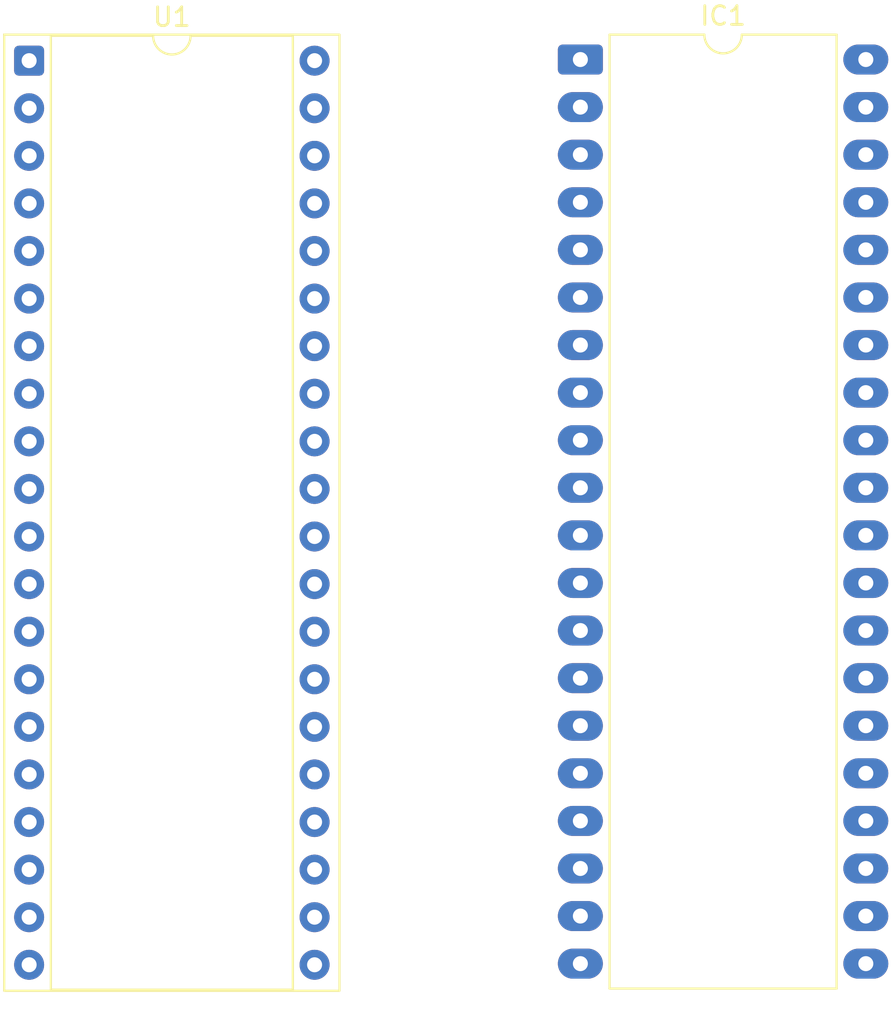
<source format=kicad_pcb>
(kicad_pcb (version 20241229) (generator "pcbnew") (generator_version "9.0")
  (layers (0 "F.Cu" signal) (2 "B.Cu" signal) (13 "F.Paste" user) (15 "B.Paste" user) (5 "F.SilkS" user "F.Silkscreen") (7 "B.SilkS" user "B.Silkscreen") (1 "F.Mask" user) (3 "B.Mask" user) (25 "Edge.Cuts" user))
  (net 0 "")
  (net 4 "~{IORQ}")
  (net 8 "D0")
  (net 12 "D7")
  (net 14 "~{INT}")
  (net 16 "D3")
  (net 17 "D1")
  (net 18 "GND")
  (net 23 "D2")
  (net 26 "VCC")
  (net 27 "D5")
  (net 29 "~{RES}")
  (net 30 "~{M1}")
  (net 31 "D4")
  (net 32 "D6")
  (net 34 "~{RD}")
  (net 49 "~{MREQ}")
  (net 54 "~{WR}")
  (footprint "Package_DIP:DIP-40_W15.24mm_LongPads" (layer "F.Cu") (at 79.502 37.846)
    (property "Reference" "IC1" (at 7.62 -2.33 0) (layer "F.SilkS"))
    (property "Value" "DART-DIP-40")
    (fp_line (start 1.56 -1.33) (end 1.56 49.59) (stroke (width 0.12)) (layer "F.SilkS"))
    (fp_line (start 1.56 49.59) (end 13.68 49.59) (stroke (width 0.12)) (layer "F.SilkS"))
    (fp_line (start 6.62 -1.33) (end 1.56 -1.33) (stroke (width 0.12)) (layer "F.SilkS"))
    (fp_line (start 13.68 -1.33) (end 8.62 -1.33) (stroke (width 0.12)) (layer "F.SilkS"))
    (fp_line (start 13.68 49.59) (end 13.68 -1.33) (stroke (width 0.12)) (layer "F.SilkS"))
    (fp_arc (start 8.62 -1.33) (mid 7.62 -0.33) (end 6.62 -1.33) (stroke (width 0.12)) (layer "F.SilkS"))
    (pad "1" thru_hole roundrect (at 0 0) (size 2.4 1.6) (drill 0.8) (layers "*.Cu" "*.Mask") (roundrect_rratio 0.15625) (net 17 "D1"))
    (pad "2" thru_hole oval (at 0 2.54) (size 2.4 1.6) (drill 0.8) (layers "*.Cu" "*.Mask") (net 16 "D3"))
    (pad "3" thru_hole oval (at 0 5.08) (size 2.4 1.6) (drill 0.8) (layers "*.Cu" "*.Mask") (net 27 "D5"))
    (pad "4" thru_hole oval (at 0 7.62) (size 2.4 1.6) (drill 0.8) (layers "*.Cu" "*.Mask") (net 12 "D7"))
    (pad "5" thru_hole oval (at 0 10.16) (size 2.4 1.6) (drill 0.8) (layers "*.Cu" "*.Mask") (net 14 "~{INT}"))
    (pad "6" thru_hole oval (at 0 12.7) (size 2.4 1.6) (drill 0.8) (layers "*.Cu" "*.Mask"))
    (pad "7" thru_hole oval (at 0 15.24) (size 2.4 1.6) (drill 0.8) (layers "*.Cu" "*.Mask"))
    (pad "8" thru_hole oval (at 0 17.78) (size 2.4 1.6) (drill 0.8) (layers "*.Cu" "*.Mask") (net 30 "~{M1}"))
    (pad "9" thru_hole oval (at 0 20.32) (size 2.4 1.6) (drill 0.8) (layers "*.Cu" "*.Mask") (net 26 "VCC"))
    (pad "10" thru_hole oval (at 0 22.86) (size 2.4 1.6) (drill 0.8) (layers "*.Cu" "*.Mask"))
    (pad "11" thru_hole oval (at 0 25.4) (size 2.4 1.6) (drill 0.8) (layers "*.Cu" "*.Mask"))
    (pad "12" thru_hole oval (at 0 27.94) (size 2.4 1.6) (drill 0.8) (layers "*.Cu" "*.Mask"))
    (pad "13" thru_hole oval (at 0 30.48) (size 2.4 1.6) (drill 0.8) (layers "*.Cu" "*.Mask"))
    (pad "14" thru_hole oval (at 0 33.02) (size 2.4 1.6) (drill 0.8) (layers "*.Cu" "*.Mask"))
    (pad "15" thru_hole oval (at 0 35.56) (size 2.4 1.6) (drill 0.8) (layers "*.Cu" "*.Mask"))
    (pad "16" thru_hole oval (at 0 38.1) (size 2.4 1.6) (drill 0.8) (layers "*.Cu" "*.Mask"))
    (pad "17" thru_hole oval (at 0 40.64) (size 2.4 1.6) (drill 0.8) (layers "*.Cu" "*.Mask"))
    (pad "18" thru_hole oval (at 0 43.18) (size 2.4 1.6) (drill 0.8) (layers "*.Cu" "*.Mask"))
    (pad "19" thru_hole oval (at 0 45.72) (size 2.4 1.6) (drill 0.8) (layers "*.Cu" "*.Mask"))
    (pad "20" thru_hole oval (at 0 48.26) (size 2.4 1.6) (drill 0.8) (layers "*.Cu" "*.Mask"))
    (pad "21" thru_hole oval (at 15.24 48.26) (size 2.4 1.6) (drill 0.8) (layers "*.Cu" "*.Mask") (net 29 "~{RES}"))
    (pad "22" thru_hole oval (at 15.24 45.72) (size 2.4 1.6) (drill 0.8) (layers "*.Cu" "*.Mask"))
    (pad "23" thru_hole oval (at 15.24 43.18) (size 2.4 1.6) (drill 0.8) (layers "*.Cu" "*.Mask"))
    (pad "24" thru_hole oval (at 15.24 40.64) (size 2.4 1.6) (drill 0.8) (layers "*.Cu" "*.Mask"))
    (pad "25" thru_hole oval (at 15.24 38.1) (size 2.4 1.6) (drill 0.8) (layers "*.Cu" "*.Mask"))
    (pad "26" thru_hole oval (at 15.24 35.56) (size 2.4 1.6) (drill 0.8) (layers "*.Cu" "*.Mask"))
    (pad "27" thru_hole oval (at 15.24 33.02) (size 2.4 1.6) (drill 0.8) (layers "*.Cu" "*.Mask"))
    (pad "28" thru_hole oval (at 15.24 30.48) (size 2.4 1.6) (drill 0.8) (layers "*.Cu" "*.Mask"))
    (pad "29" thru_hole oval (at 15.24 27.94) (size 2.4 1.6) (drill 0.8) (layers "*.Cu" "*.Mask"))
    (pad "30" thru_hole oval (at 15.24 25.4) (size 2.4 1.6) (drill 0.8) (layers "*.Cu" "*.Mask"))
    (pad "31" thru_hole oval (at 15.24 22.86) (size 2.4 1.6) (drill 0.8) (layers "*.Cu" "*.Mask") (net 18 "GND"))
    (pad "32" thru_hole oval (at 15.24 20.32) (size 2.4 1.6) (drill 0.8) (layers "*.Cu" "*.Mask") (net 34 "~{RD}"))
    (pad "33" thru_hole oval (at 15.24 17.78) (size 2.4 1.6) (drill 0.8) (layers "*.Cu" "*.Mask"))
    (pad "34" thru_hole oval (at 15.24 15.24) (size 2.4 1.6) (drill 0.8) (layers "*.Cu" "*.Mask"))
    (pad "35" thru_hole oval (at 15.24 12.7) (size 2.4 1.6) (drill 0.8) (layers "*.Cu" "*.Mask"))
    (pad "36" thru_hole oval (at 15.24 10.16) (size 2.4 1.6) (drill 0.8) (layers "*.Cu" "*.Mask") (net 4 "~{IORQ}"))
    (pad "37" thru_hole oval (at 15.24 7.62) (size 2.4 1.6) (drill 0.8) (layers "*.Cu" "*.Mask") (net 32 "D6"))
    (pad "38" thru_hole oval (at 15.24 5.08) (size 2.4 1.6) (drill 0.8) (layers "*.Cu" "*.Mask") (net 31 "D4"))
    (pad "39" thru_hole oval (at 15.24 2.54) (size 2.4 1.6) (drill 0.8) (layers "*.Cu" "*.Mask") (net 23 "D2"))
    (pad "40" thru_hole oval (at 15.24 0) (size 2.4 1.6) (drill 0.8) (layers "*.Cu" "*.Mask") (net 8 "D0"))
  )
  (footprint "Package_DIP:DIP-40_W15.24mm_Socket" (layer "F.Cu") (at 50.072 37.906)
    (property "Reference" "U1" (at 7.62 -2.33 0) (layer "F.SilkS"))
    (property "Value" "Z80CPU")
    (fp_line (start 1.16 -1.33) (end 1.16 49.59) (stroke (width 0.12)) (layer "F.SilkS"))
    (fp_line (start 1.16 49.59) (end 14.08 49.59) (stroke (width 0.12)) (layer "F.SilkS"))
    (fp_line (start 6.62 -1.33) (end 1.16 -1.33) (stroke (width 0.12)) (layer "F.SilkS"))
    (fp_line (start 14.08 -1.33) (end 8.62 -1.33) (stroke (width 0.12)) (layer "F.SilkS"))
    (fp_line (start 14.08 49.59) (end 14.08 -1.33) (stroke (width 0.12)) (layer "F.SilkS"))
    (fp_rect (start -1.33 -1.39) (end 16.57 49.65) (stroke (width 0.12)) (fill no) (layer "F.SilkS"))
    (fp_arc (start 8.62 -1.33) (mid 7.62 -0.33) (end 6.62 -1.33) (stroke (width 0.12)) (layer "F.SilkS"))
    (pad "1" thru_hole roundrect (at 0 0) (size 1.6 1.6) (drill 0.8) (layers "*.Cu" "*.Mask") (roundrect_rratio 0.15625))
    (pad "2" thru_hole circle (at 0 2.54) (size 1.6 1.6) (drill 0.8) (layers "*.Cu" "*.Mask"))
    (pad "3" thru_hole circle (at 0 5.08) (size 1.6 1.6) (drill 0.8) (layers "*.Cu" "*.Mask"))
    (pad "4" thru_hole circle (at 0 7.62) (size 1.6 1.6) (drill 0.8) (layers "*.Cu" "*.Mask"))
    (pad "5" thru_hole circle (at 0 10.16) (size 1.6 1.6) (drill 0.8) (layers "*.Cu" "*.Mask"))
    (pad "6" thru_hole circle (at 0 12.7) (size 1.6 1.6) (drill 0.8) (layers "*.Cu" "*.Mask"))
    (pad "7" thru_hole circle (at 0 15.24) (size 1.6 1.6) (drill 0.8) (layers "*.Cu" "*.Mask") (net 31 "D4"))
    (pad "8" thru_hole circle (at 0 17.78) (size 1.6 1.6) (drill 0.8) (layers "*.Cu" "*.Mask") (net 16 "D3"))
    (pad "9" thru_hole circle (at 0 20.32) (size 1.6 1.6) (drill 0.8) (layers "*.Cu" "*.Mask") (net 27 "D5"))
    (pad "10" thru_hole circle (at 0 22.86) (size 1.6 1.6) (drill 0.8) (layers "*.Cu" "*.Mask") (net 32 "D6"))
    (pad "11" thru_hole circle (at 0 25.4) (size 1.6 1.6) (drill 0.8) (layers "*.Cu" "*.Mask") (net 26 "VCC"))
    (pad "12" thru_hole circle (at 0 27.94) (size 1.6 1.6) (drill 0.8) (layers "*.Cu" "*.Mask") (net 23 "D2"))
    (pad "13" thru_hole circle (at 0 30.48) (size 1.6 1.6) (drill 0.8) (layers "*.Cu" "*.Mask") (net 12 "D7"))
    (pad "14" thru_hole circle (at 0 33.02) (size 1.6 1.6) (drill 0.8) (layers "*.Cu" "*.Mask") (net 8 "D0"))
    (pad "15" thru_hole circle (at 0 35.56) (size 1.6 1.6) (drill 0.8) (layers "*.Cu" "*.Mask") (net 17 "D1"))
    (pad "16" thru_hole circle (at 0 38.1) (size 1.6 1.6) (drill 0.8) (layers "*.Cu" "*.Mask") (net 14 "~{INT}"))
    (pad "17" thru_hole circle (at 0 40.64) (size 1.6 1.6) (drill 0.8) (layers "*.Cu" "*.Mask"))
    (pad "18" thru_hole circle (at 0 43.18) (size 1.6 1.6) (drill 0.8) (layers "*.Cu" "*.Mask"))
    (pad "19" thru_hole circle (at 0 45.72) (size 1.6 1.6) (drill 0.8) (layers "*.Cu" "*.Mask") (net 49 "~{MREQ}"))
    (pad "20" thru_hole circle (at 0 48.26) (size 1.6 1.6) (drill 0.8) (layers "*.Cu" "*.Mask") (net 4 "~{IORQ}"))
    (pad "21" thru_hole circle (at 15.24 48.26) (size 1.6 1.6) (drill 0.8) (layers "*.Cu" "*.Mask") (net 34 "~{RD}"))
    (pad "22" thru_hole circle (at 15.24 45.72) (size 1.6 1.6) (drill 0.8) (layers "*.Cu" "*.Mask") (net 54 "~{WR}"))
    (pad "23" thru_hole circle (at 15.24 43.18) (size 1.6 1.6) (drill 0.8) (layers "*.Cu" "*.Mask"))
    (pad "24" thru_hole circle (at 15.24 40.64) (size 1.6 1.6) (drill 0.8) (layers "*.Cu" "*.Mask"))
    (pad "25" thru_hole circle (at 15.24 38.1) (size 1.6 1.6) (drill 0.8) (layers "*.Cu" "*.Mask"))
    (pad "26" thru_hole circle (at 15.24 35.56) (size 1.6 1.6) (drill 0.8) (layers "*.Cu" "*.Mask") (net 29 "~{RES}"))
    (pad "27" thru_hole circle (at 15.24 33.02) (size 1.6 1.6) (drill 0.8) (layers "*.Cu" "*.Mask") (net 30 "~{M1}"))
    (pad "28" thru_hole circle (at 15.24 30.48) (size 1.6 1.6) (drill 0.8) (layers "*.Cu" "*.Mask"))
    (pad "29" thru_hole circle (at 15.24 27.94) (size 1.6 1.6) (drill 0.8) (layers "*.Cu" "*.Mask") (net 18 "GND"))
    (pad "30" thru_hole circle (at 15.24 25.4) (size 1.6 1.6) (drill 0.8) (layers "*.Cu" "*.Mask"))
    (pad "31" thru_hole circle (at 15.24 22.86) (size 1.6 1.6) (drill 0.8) (layers "*.Cu" "*.Mask"))
    (pad "32" thru_hole circle (at 15.24 20.32) (size 1.6 1.6) (drill 0.8) (layers "*.Cu" "*.Mask"))
    (pad "33" thru_hole circle (at 15.24 17.78) (size 1.6 1.6) (drill 0.8) (layers "*.Cu" "*.Mask"))
    (pad "34" thru_hole circle (at 15.24 15.24) (size 1.6 1.6) (drill 0.8) (layers "*.Cu" "*.Mask"))
    (pad "35" thru_hole circle (at 15.24 12.7) (size 1.6 1.6) (drill 0.8) (layers "*.Cu" "*.Mask"))
    (pad "36" thru_hole circle (at 15.24 10.16) (size 1.6 1.6) (drill 0.8) (layers "*.Cu" "*.Mask"))
    (pad "37" thru_hole circle (at 15.24 7.62) (size 1.6 1.6) (drill 0.8) (layers "*.Cu" "*.Mask"))
    (pad "38" thru_hole circle (at 15.24 5.08) (size 1.6 1.6) (drill 0.8) (layers "*.Cu" "*.Mask"))
    (pad "39" thru_hole circle (at 15.24 2.54) (size 1.6 1.6) (drill 0.8) (layers "*.Cu" "*.Mask"))
    (pad "40" thru_hole circle (at 15.24 0) (size 1.6 1.6) (drill 0.8) (layers "*.Cu" "*.Mask"))
  )
)
</source>
